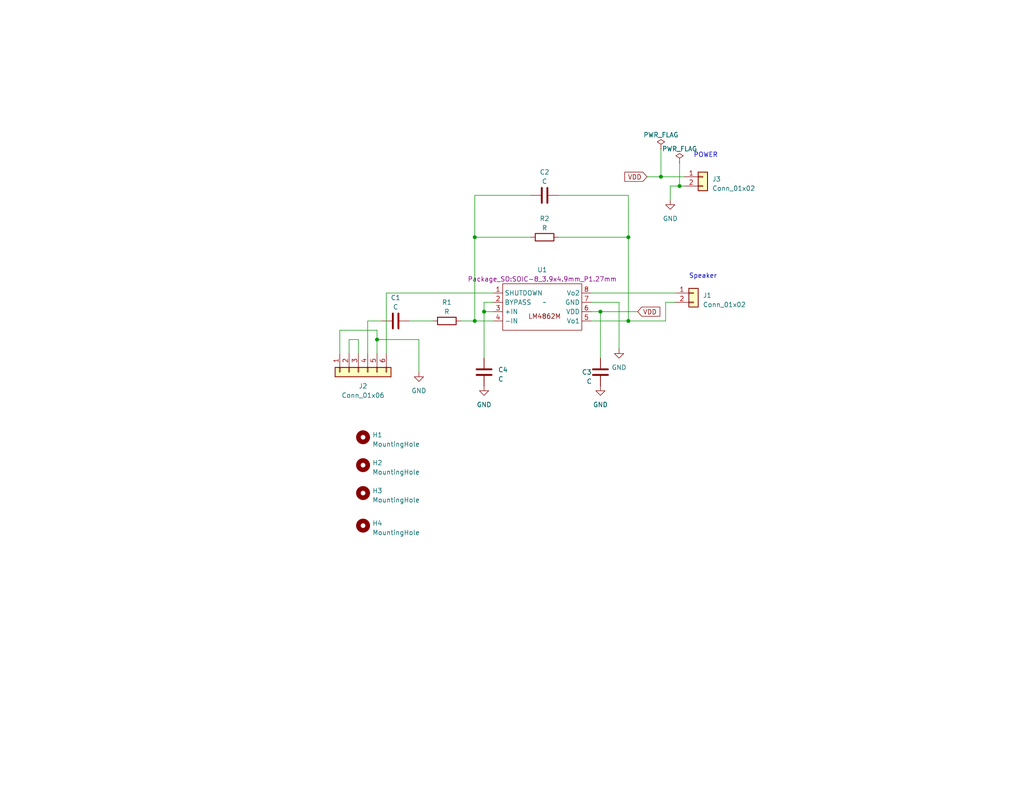
<source format=kicad_sch>
(kicad_sch (version 20230121) (generator eeschema)
  (paper "USLetter")
  (title_block (title "LM4862M Audio Amplifier Board") (date "2023-08-20") (rev "1"))
  (lib_symbols
    (symbol "Connector_Generic:Conn_01x02" (pin_names (offset 1.016) hide)
      (property "Reference" "J" (at 0 2.54 0))
      (property "Value" "Conn_01x02" (at 0 -5.08 0))
      (symbol "Conn_01x02_1_1"
        (rectangle (start -1.27 -2.413) (end 0 -2.667) (stroke (width 0.1524)))
        (rectangle (start -1.27 0.127) (end 0 -0.127) (stroke (width 0.1524)))
        (rectangle (start -1.27 1.27) (end 1.27 -3.81) (stroke (width 0.254)) (fill (type background)))
        (pin passive line (at -5.08 0 0) (length 3.81) (name "Pin_1") (number "1"))
        (pin passive line (at -5.08 -2.54 0) (length 3.81) (name "Pin_2") (number "2"))
      )
    )
    (symbol "Connector_Generic:Conn_01x06" (pin_names (offset 1.016) hide)
      (property "Reference" "J" (at 0 7.62 0))
      (property "Value" "Conn_01x06" (at 0 -10.16 0))
      (symbol "Conn_01x06_1_1"
        (rectangle (start -1.27 -7.493) (end 0 -7.747) (stroke (width 0.1524)))
        (rectangle (start -1.27 -4.953) (end 0 -5.207) (stroke (width 0.1524)))
        (rectangle (start -1.27 -2.413) (end 0 -2.667) (stroke (width 0.1524)))
        (rectangle (start -1.27 0.127) (end 0 -0.127) (stroke (width 0.1524)))
        (rectangle (start -1.27 2.667) (end 0 2.413) (stroke (width 0.1524)))
        (rectangle (start -1.27 5.207) (end 0 4.953) (stroke (width 0.1524)))
        (rectangle (start -1.27 6.35) (end 1.27 -8.89) (stroke (width 0.254)) (fill (type background)))
        (pin passive line (at -5.08 5.08 0) (length 3.81) (name "Pin_1") (number "1"))
        (pin passive line (at -5.08 2.54 0) (length 3.81) (name "Pin_2") (number "2"))
        (pin passive line (at -5.08 0 0) (length 3.81) (name "Pin_3") (number "3"))
        (pin passive line (at -5.08 -2.54 0) (length 3.81) (name "Pin_4") (number "4"))
        (pin passive line (at -5.08 -5.08 0) (length 3.81) (name "Pin_5") (number "5"))
        (pin passive line (at -5.08 -7.62 0) (length 3.81) (name "Pin_6") (number "6"))
      )
    )
    (symbol "Device:C" (pin_numbers hide) (pin_names (offset 0.254))
      (property "Reference" "C" (at 0.635 2.54 0))
      (property "Value" "C" (at 0.635 -2.54 0))
      (symbol "C_0_1"
        (polyline (pts (xy -2.032 -0.762) (xy 2.032 -0.762)) (stroke (width 0.508)))
        (polyline (pts (xy -2.032 0.762) (xy 2.032 0.762)) (stroke (width 0.508)))
      )
      (symbol "C_1_1"
        (pin passive line (at 0 3.81 270) (length 2.794) (name "~") (number "1"))
        (pin passive line (at 0 -3.81 90) (length 2.794) (name "~") (number "2"))
      )
    )
    (symbol "Device:R" (pin_numbers hide) (pin_names (offset 0))
      (property "Reference" "R" (at 2.032 0 90))
      (property "Value" "R" (at 0 0 90))
      (symbol "R_0_1"
        (rectangle (start -1.016 -2.54) (end 1.016 2.54) (stroke (width 0.254)))
      )
      (symbol "R_1_1"
        (pin passive line (at 0 3.81 270) (length 1.27) (name "~") (number "1"))
        (pin passive line (at 0 -3.81 90) (length 1.27) (name "~") (number "2"))
      )
    )
    (symbol "Mechanical:MountingHole" (pin_names (offset 1.016))
      (property "Reference" "H" (at 0 5.08 0))
      (property "Value" "MountingHole" (at 0 3.175 0))
      (symbol "MountingHole_0_1"
        (circle (center 0 0) (radius 1.27) (stroke (width 1.27)))
      )
    )
    (symbol "kicad-symbol-library:LM4862M"
      (property "Reference" "U" (at 0 -8.89 0))
      (property "Footprint" "Package_SO:SOIC-8_3.9x4.9mm_P1.27mm" (at 0 -11.43 0))
      (symbol "LM4862M_0_1"
        (rectangle (start -11.43 5.08) (end 10.16 -7.62))
        (text "LM4862M" (at 0 -3.81 0) (effects (font (size 1.27 1.27))))
      )
      (symbol "LM4862M_1_1"
        (pin input line (at -13.97 2.54 0) (length 2.54) (name "SHUTDOWN") (number "1"))
        (pin input line (at -13.97 0 0) (length 2.54) (name "BYPASS") (number "2"))
        (pin input line (at -13.97 -2.54 0) (length 2.54) (name "+IN") (number "3"))
        (pin input line (at -13.97 -5.08 0) (length 2.54) (name "-IN") (number "4"))
        (pin output line (at 12.7 -5.08 180) (length 2.54) (name "Vo1") (number "5"))
        (pin power_in line (at 12.7 -2.54 180) (length 2.54) (name "VDD") (number "6"))
        (pin passive line (at 12.7 0 180) (length 2.54) (name "GND") (number "7"))
        (pin output line (at 12.7 2.54 180) (length 2.54) (name "Vo2") (number "8"))
      )
    )
    (symbol "power:GND" (power) (pin_names (offset 0))
      (property "Value" "GND" (at 0 -3.81 0))
      (symbol "GND_0_1"
        (polyline (pts (xy 0 0) (xy 0 -1.27) (xy 1.27 -1.27) (xy 0 -2.54) (xy -1.27 -1.27) (xy 0 -1.27)))
      )
      (symbol "GND_1_1"
        (pin power_in line (at 0 0 270) (length 0) hide (name "GND") (number "1"))
      )
    )
    (symbol "power:PWR_FLAG" (power) (pin_numbers hide) (pin_names (offset 0) hide)
      (property "Value" "PWR_FLAG" (at 0 3.81 0))
      (symbol "PWR_FLAG_0_0"
        (pin power_out line (at 0 0 90) (length 0) (name "pwr") (number "1"))
      )
      (symbol "PWR_FLAG_0_1"
        (polyline (pts (xy 0 0) (xy 0 1.27) (xy -1.016 1.905) (xy 0 2.54) (xy 1.016 1.905) (xy 0 1.27)))
      )
    )
  )
  (junction (at 171.45 64.77))
  (junction (at 185.42 50.8))
  (junction (at 102.87 92.71))
  (junction (at 171.45 87.63))
  (junction (at 180.34 48.26))
  (junction (at 163.83 85.09))
  (junction (at 129.54 87.63))
  (junction (at 129.54 64.77))
  (junction (at 132.08 85.09))
  (wire (pts (xy 132.08 85.09) (xy 132.08 97.79)))
  (wire (pts (xy 186.69 50.8) (xy 185.42 50.8)))
  (wire (pts (xy 102.87 96.52) (xy 102.87 92.71)))
  (wire (pts (xy 171.45 64.77) (xy 152.4 64.77)))
  (wire (pts (xy 180.34 48.26) (xy 186.69 48.26)))
  (wire (pts (xy 129.54 64.77) (xy 144.78 64.77)))
  (wire (pts (xy 125.73 87.63) (xy 129.54 87.63)))
  (wire (pts (xy 134.62 82.55) (xy 132.08 82.55)))
  (wire (pts (xy 176.53 48.26) (xy 180.34 48.26)))
  (wire (pts (xy 161.29 85.09) (xy 163.83 85.09)))
  (wire (pts (xy 129.54 64.77) (xy 129.54 53.34)))
  (wire (pts (xy 129.54 87.63) (xy 134.62 87.63)))
  (wire (pts (xy 102.87 92.71) (xy 102.87 90.17)))
  (wire (pts (xy 129.54 87.63) (xy 129.54 64.77)))
  (wire (pts (xy 185.42 50.8) (xy 182.88 50.8)))
  (wire (pts (xy 95.25 96.52) (xy 95.25 92.71)))
  (wire (pts (xy 97.79 92.71) (xy 97.79 96.52)))
  (wire (pts (xy 171.45 53.34) (xy 171.45 64.77)))
  (wire (pts (xy 105.41 80.01) (xy 105.41 96.52)))
  (wire (pts (xy 132.08 82.55) (xy 132.08 85.09)))
  (wire (pts (xy 102.87 92.71) (xy 114.3 92.71)))
  (wire (pts (xy 114.3 92.71) (xy 114.3 101.6)))
  (wire (pts (xy 161.29 82.55) (xy 168.91 82.55)))
  (wire (pts (xy 129.54 53.34) (xy 144.78 53.34)))
  (wire (pts (xy 171.45 87.63) (xy 181.61 87.63)))
  (wire (pts (xy 168.91 82.55) (xy 168.91 95.25)))
  (wire (pts (xy 163.83 85.09) (xy 173.99 85.09)))
  (wire (pts (xy 161.29 80.01) (xy 184.15 80.01)))
  (wire (pts (xy 180.34 40.64) (xy 180.34 48.26)))
  (wire (pts (xy 100.33 87.63) (xy 104.14 87.63)))
  (wire (pts (xy 185.42 44.45) (xy 185.42 50.8)))
  (wire (pts (xy 181.61 87.63) (xy 181.61 82.55)))
  (wire (pts (xy 102.87 90.17) (xy 92.71 90.17)))
  (wire (pts (xy 163.83 85.09) (xy 163.83 97.79)))
  (wire (pts (xy 92.71 90.17) (xy 92.71 96.52)))
  (wire (pts (xy 134.62 80.01) (xy 105.41 80.01)))
  (wire (pts (xy 100.33 96.52) (xy 100.33 87.63)))
  (wire (pts (xy 181.61 82.55) (xy 184.15 82.55)))
  (wire (pts (xy 152.4 53.34) (xy 171.45 53.34)))
  (wire (pts (xy 111.76 87.63) (xy 118.11 87.63)))
  (wire (pts (xy 161.29 87.63) (xy 171.45 87.63)))
  (wire (pts (xy 95.25 92.71) (xy 97.79 92.71)))
  (wire (pts (xy 182.88 50.8) (xy 182.88 54.61)))
  (wire (pts (xy 171.45 87.63) (xy 171.45 64.77)))
  (wire (pts (xy 132.08 85.09) (xy 134.62 85.09)))
  (text "POWER" (at 189.23 43.18 0) (effects (font (size 1.27 1.27)) (justify left bottom)))
  (text "Speaker" (at 187.96 76.2 0) (effects (font (size 1.27 1.27)) (justify left bottom)))
  (global_label "VDD" (shape input) (at 173.99 85.09 0) (property "Intersheetrefs" "${INTERSHEET_REFS}" (effects hide)))
  (global_label "VDD" (shape input) (at 176.53 48.26 180) (property "Intersheetrefs" "${INTERSHEET_REFS}" (effects hide)))
  (symbol (lib_id "Mechanical:MountingHole") (at 99.06 119.38 0) (unit 1)
    (property "Reference" "H1" (at 101.6 118.745 0) (effects (justify left)))
    (property "Value" "MountingHole" (at 101.6 121.285 0) (effects (justify left)))
    (property "Footprint" "MountingHole:MountingHole_4mm" (effects hide))
  )
  (symbol (lib_id "power:GND") (at 132.08 105.41 0) (unit 1)
    (property "Reference" "#PWR03" (effects hide))
    (property "Value" "GND" (at 132.08 110.49 0))
  )
  (symbol (lib_id "kicad-symbol-library:LM4862M") (at 148.59 82.55 0) (unit 1)
    (property "Reference" "U1" (at 147.955 73.66 0))
    (property "Value" "~" (at 148.59 82.55 0))
    (property "Footprint" "Package_SO:SOIC-8_3.9x4.9mm_P1.27mm" (at 147.955 76.2 0))
  )
  (symbol (lib_id "power:PWR_FLAG") (at 185.42 44.45 0) (unit 1)
    (property "Reference" "#FLG02" (effects hide))
    (property "Value" "PWR_FLAG" (at 185.42 40.64 0))
  )
  (symbol (lib_id "power:GND") (at 182.88 54.61 0) (unit 1)
    (property "Reference" "#PWR05" (effects hide))
    (property "Value" "GND" (at 182.88 59.69 0))
  )
  (symbol (lib_id "Connector_Generic:Conn_01x06") (at 97.79 101.6 90) (mirror x) (unit 1)
    (property "Reference" "J2" (at 99.06 105.41 90))
    (property "Value" "Conn_01x06" (at 99.06 107.95 90))
    (property "Footprint" "Connector_PinHeader_2.54mm:PinHeader_1x06_P2.54mm_Vertical" (effects hide))
  )
  (symbol (lib_id "power:GND") (at 168.91 95.25 0) (unit 1)
    (property "Reference" "#PWR01" (effects hide))
    (property "Value" "GND" (at 168.91 100.33 0))
  )
  (symbol (lib_id "Device:R") (at 148.59 64.77 90) (unit 1)
    (property "Reference" "R2" (at 148.59 59.69 90))
    (property "Value" "R" (at 148.59 62.23 90))
    (property "Footprint" "Resistor_SMD:R_0805_2012Metric_Pad1.20x1.40mm_HandSolder" (effects hide))
  )
  (symbol (lib_id "Connector_Generic:Conn_01x02") (at 191.77 48.26 0) (unit 1)
    (property "Reference" "J3" (at 194.31 48.895 0) (effects (justify left)))
    (property "Value" "Conn_01x02" (at 194.31 51.435 0) (effects (justify left)))
    (property "Footprint" "Connector_PinHeader_2.54mm:PinHeader_1x02_P2.54mm_Vertical" (effects hide))
  )
  (symbol (lib_id "Mechanical:MountingHole") (at 99.06 127 0) (unit 1)
    (property "Reference" "H2" (at 101.6 126.365 0) (effects (justify left)))
    (property "Value" "MountingHole" (at 101.6 128.905 0) (effects (justify left)))
    (property "Footprint" "MountingHole:MountingHole_4mm" (effects hide))
  )
  (symbol (lib_id "Device:R") (at 121.92 87.63 90) (unit 1)
    (property "Reference" "R1" (at 121.92 82.55 90))
    (property "Value" "R" (at 121.92 85.09 90))
    (property "Footprint" "Resistor_SMD:R_0805_2012Metric_Pad1.20x1.40mm_HandSolder" (effects hide))
  )
  (symbol (lib_id "power:GND") (at 114.3 101.6 0) (unit 1)
    (property "Reference" "#PWR04" (effects hide))
    (property "Value" "GND" (at 114.3 106.68 0))
  )
  (symbol (lib_id "Device:C") (at 132.08 101.6 0) (unit 1)
    (property "Reference" "C4" (at 135.89 100.965 0) (effects (justify left)))
    (property "Value" "C" (at 135.89 103.505 0) (effects (justify left)))
    (property "Footprint" "Capacitor_SMD:C_0805_2012Metric_Pad1.18x1.45mm_HandSolder" (effects hide))
  )
  (symbol (lib_id "power:PWR_FLAG") (at 180.34 40.64 0) (unit 1)
    (property "Reference" "#FLG01" (effects hide))
    (property "Value" "PWR_FLAG" (at 180.34 36.83 0))
  )
  (symbol (lib_id "Device:C") (at 148.59 53.34 270) (unit 1)
    (property "Reference" "C2" (at 148.59 46.99 90))
    (property "Value" "C" (at 148.59 49.53 90))
    (property "Footprint" "Capacitor_SMD:C_0805_2012Metric_Pad1.18x1.45mm_HandSolder" (effects hide))
  )
  (symbol (lib_id "Connector_Generic:Conn_01x02") (at 189.23 80.01 0) (unit 1)
    (property "Reference" "J1" (at 191.77 80.645 0) (effects (justify left)))
    (property "Value" "Conn_01x02" (at 191.77 83.185 0) (effects (justify left)))
    (property "Footprint" "Connector_PinHeader_2.54mm:PinHeader_1x02_P2.54mm_Vertical" (effects hide))
  )
  (symbol (lib_id "Device:C") (at 163.83 101.6 0) (unit 1)
    (property "Reference" "C3" (at 158.75 101.6 0) (effects (justify left)))
    (property "Value" "C" (at 160.02 104.14 0) (effects (justify left)))
    (property "Footprint" "Capacitor_SMD:C_0805_2012Metric_Pad1.18x1.45mm_HandSolder" (effects hide))
  )
  (symbol (lib_id "Mechanical:MountingHole") (at 99.06 143.51 0) (unit 1)
    (property "Reference" "H4" (at 101.6 142.875 0) (effects (justify left)))
    (property "Value" "MountingHole" (at 101.6 145.415 0) (effects (justify left)))
    (property "Footprint" "MountingHole:MountingHole_4mm" (effects hide))
  )
  (symbol (lib_id "Device:C") (at 107.95 87.63 90) (unit 1)
    (property "Reference" "C1" (at 107.95 81.28 90))
    (property "Value" "C" (at 107.95 83.82 90))
    (property "Footprint" "Capacitor_SMD:C_0805_2012Metric_Pad1.18x1.45mm_HandSolder" (effects hide))
  )
  (symbol (lib_id "power:GND") (at 163.83 105.41 0) (unit 1)
    (property "Reference" "#PWR02" (effects hide))
    (property "Value" "GND" (at 163.83 110.49 0))
  )
  (symbol (lib_id "Mechanical:MountingHole") (at 99.06 134.62 0) (unit 1)
    (property "Reference" "H3" (at 101.6 133.985 0) (effects (justify left)))
    (property "Value" "MountingHole" (at 101.6 136.525 0) (effects (justify left)))
    (property "Footprint" "MountingHole:MountingHole_4mm" (effects hide))
  )
)
</source>
